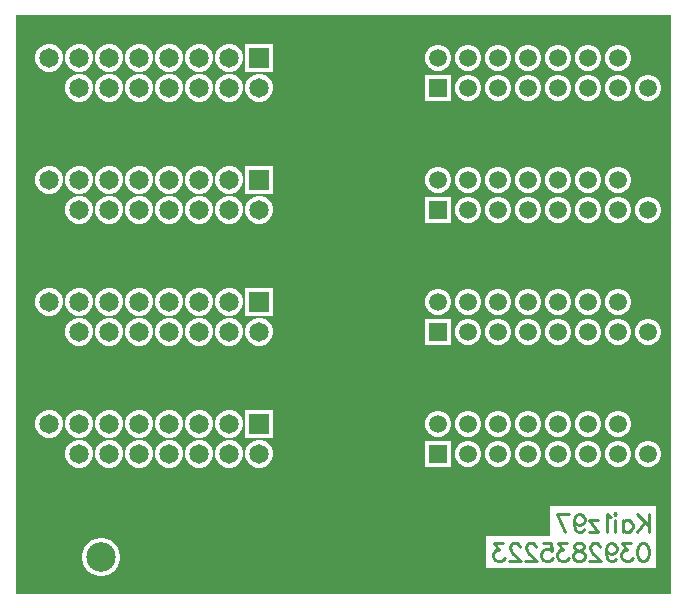
<source format=gbl>
G04*
G04 #@! TF.GenerationSoftware,Altium Limited,Altium Designer,21.6.1 (37)*
G04*
G04 Layer_Physical_Order=2*
G04 Layer_Color=16711680*
%FSLAX25Y25*%
%MOIN*%
G70*
G04*
G04 #@! TF.SameCoordinates,01938319-B850-4C9D-A5BA-AB94FDF17EC4*
G04*
G04*
G04 #@! TF.FilePolarity,Positive*
G04*
G01*
G75*
%ADD15C,0.01000*%
%ADD30C,0.05906*%
%ADD31R,0.05906X0.05906*%
%ADD32C,0.09843*%
%ADD33C,0.06500*%
%ADD34R,0.06500X0.06500*%
%ADD35C,0.02300*%
G36*
X220063Y1937D02*
X1937D01*
X1937Y194913D01*
X220063D01*
Y1937D01*
D02*
G37*
%LPC*%
G36*
X203073Y184853D02*
X201927D01*
X200820Y184556D01*
X199827Y183983D01*
X199017Y183173D01*
X198444Y182180D01*
X198147Y181073D01*
Y179927D01*
X198444Y178820D01*
X199017Y177827D01*
X199827Y177017D01*
X200820Y176444D01*
X201927Y176147D01*
X203073D01*
X204180Y176444D01*
X205173Y177017D01*
X205983Y177827D01*
X206556Y178820D01*
X206853Y179927D01*
Y181073D01*
X206556Y182180D01*
X205983Y183173D01*
X205173Y183983D01*
X204180Y184556D01*
X203073Y184853D01*
D02*
G37*
G36*
X193073D02*
X191927D01*
X190820Y184556D01*
X189827Y183983D01*
X189017Y183173D01*
X188444Y182180D01*
X188147Y181073D01*
Y179927D01*
X188444Y178820D01*
X189017Y177827D01*
X189827Y177017D01*
X190820Y176444D01*
X191927Y176147D01*
X193073D01*
X194180Y176444D01*
X195173Y177017D01*
X195983Y177827D01*
X196556Y178820D01*
X196853Y179927D01*
Y181073D01*
X196556Y182180D01*
X195983Y183173D01*
X195173Y183983D01*
X194180Y184556D01*
X193073Y184853D01*
D02*
G37*
G36*
X183073D02*
X181927D01*
X180820Y184556D01*
X179827Y183983D01*
X179017Y183173D01*
X178444Y182180D01*
X178147Y181073D01*
Y179927D01*
X178444Y178820D01*
X179017Y177827D01*
X179827Y177017D01*
X180820Y176444D01*
X181927Y176147D01*
X183073D01*
X184180Y176444D01*
X185173Y177017D01*
X185983Y177827D01*
X186556Y178820D01*
X186853Y179927D01*
Y181073D01*
X186556Y182180D01*
X185983Y183173D01*
X185173Y183983D01*
X184180Y184556D01*
X183073Y184853D01*
D02*
G37*
G36*
X173073D02*
X171927D01*
X170820Y184556D01*
X169827Y183983D01*
X169017Y183173D01*
X168444Y182180D01*
X168147Y181073D01*
Y179927D01*
X168444Y178820D01*
X169017Y177827D01*
X169827Y177017D01*
X170820Y176444D01*
X171927Y176147D01*
X173073D01*
X174180Y176444D01*
X175173Y177017D01*
X175983Y177827D01*
X176556Y178820D01*
X176853Y179927D01*
Y181073D01*
X176556Y182180D01*
X175983Y183173D01*
X175173Y183983D01*
X174180Y184556D01*
X173073Y184853D01*
D02*
G37*
G36*
X163073D02*
X161927D01*
X160820Y184556D01*
X159827Y183983D01*
X159017Y183173D01*
X158444Y182180D01*
X158147Y181073D01*
Y179927D01*
X158444Y178820D01*
X159017Y177827D01*
X159827Y177017D01*
X160820Y176444D01*
X161927Y176147D01*
X163073D01*
X164180Y176444D01*
X165173Y177017D01*
X165983Y177827D01*
X166556Y178820D01*
X166853Y179927D01*
Y181073D01*
X166556Y182180D01*
X165983Y183173D01*
X165173Y183983D01*
X164180Y184556D01*
X163073Y184853D01*
D02*
G37*
G36*
X153073D02*
X151927D01*
X150820Y184556D01*
X149827Y183983D01*
X149017Y183173D01*
X148444Y182180D01*
X148147Y181073D01*
Y179927D01*
X148444Y178820D01*
X149017Y177827D01*
X149827Y177017D01*
X150820Y176444D01*
X151927Y176147D01*
X153073D01*
X154180Y176444D01*
X155173Y177017D01*
X155983Y177827D01*
X156556Y178820D01*
X156853Y179927D01*
Y181073D01*
X156556Y182180D01*
X155983Y183173D01*
X155173Y183983D01*
X154180Y184556D01*
X153073Y184853D01*
D02*
G37*
G36*
X143073D02*
X141927D01*
X140820Y184556D01*
X139827Y183983D01*
X139017Y183173D01*
X138444Y182180D01*
X138147Y181073D01*
Y179927D01*
X138444Y178820D01*
X139017Y177827D01*
X139827Y177017D01*
X140820Y176444D01*
X141927Y176147D01*
X143073D01*
X144180Y176444D01*
X145173Y177017D01*
X145983Y177827D01*
X146556Y178820D01*
X146853Y179927D01*
Y181073D01*
X146556Y182180D01*
X145983Y183173D01*
X145173Y183983D01*
X144180Y184556D01*
X143073Y184853D01*
D02*
G37*
G36*
X87550Y185150D02*
X78250D01*
Y175850D01*
X87550D01*
Y185150D01*
D02*
G37*
G36*
X73512D02*
X72288D01*
X71105Y184833D01*
X70045Y184221D01*
X69179Y183355D01*
X68567Y182295D01*
X68250Y181112D01*
Y179888D01*
X68567Y178705D01*
X69179Y177645D01*
X70045Y176779D01*
X71105Y176167D01*
X72288Y175850D01*
X73512D01*
X74695Y176167D01*
X75755Y176779D01*
X76621Y177645D01*
X77233Y178705D01*
X77550Y179888D01*
Y181112D01*
X77233Y182295D01*
X76621Y183355D01*
X75755Y184221D01*
X74695Y184833D01*
X73512Y185150D01*
D02*
G37*
G36*
X63512D02*
X62288D01*
X61105Y184833D01*
X60045Y184221D01*
X59179Y183355D01*
X58567Y182295D01*
X58250Y181112D01*
Y179888D01*
X58567Y178705D01*
X59179Y177645D01*
X60045Y176779D01*
X61105Y176167D01*
X62288Y175850D01*
X63512D01*
X64695Y176167D01*
X65755Y176779D01*
X66621Y177645D01*
X67233Y178705D01*
X67550Y179888D01*
Y181112D01*
X67233Y182295D01*
X66621Y183355D01*
X65755Y184221D01*
X64695Y184833D01*
X63512Y185150D01*
D02*
G37*
G36*
X53512D02*
X52288D01*
X51105Y184833D01*
X50045Y184221D01*
X49179Y183355D01*
X48567Y182295D01*
X48250Y181112D01*
Y179888D01*
X48567Y178705D01*
X49179Y177645D01*
X50045Y176779D01*
X51105Y176167D01*
X52288Y175850D01*
X53512D01*
X54695Y176167D01*
X55755Y176779D01*
X56621Y177645D01*
X57233Y178705D01*
X57550Y179888D01*
Y181112D01*
X57233Y182295D01*
X56621Y183355D01*
X55755Y184221D01*
X54695Y184833D01*
X53512Y185150D01*
D02*
G37*
G36*
X43512D02*
X42288D01*
X41105Y184833D01*
X40045Y184221D01*
X39179Y183355D01*
X38567Y182295D01*
X38250Y181112D01*
Y179888D01*
X38567Y178705D01*
X39179Y177645D01*
X40045Y176779D01*
X41105Y176167D01*
X42288Y175850D01*
X43512D01*
X44695Y176167D01*
X45755Y176779D01*
X46621Y177645D01*
X47233Y178705D01*
X47550Y179888D01*
Y181112D01*
X47233Y182295D01*
X46621Y183355D01*
X45755Y184221D01*
X44695Y184833D01*
X43512Y185150D01*
D02*
G37*
G36*
X33512D02*
X32288D01*
X31105Y184833D01*
X30045Y184221D01*
X29179Y183355D01*
X28567Y182295D01*
X28250Y181112D01*
Y179888D01*
X28567Y178705D01*
X29179Y177645D01*
X30045Y176779D01*
X31105Y176167D01*
X32288Y175850D01*
X33512D01*
X34695Y176167D01*
X35755Y176779D01*
X36621Y177645D01*
X37233Y178705D01*
X37550Y179888D01*
Y181112D01*
X37233Y182295D01*
X36621Y183355D01*
X35755Y184221D01*
X34695Y184833D01*
X33512Y185150D01*
D02*
G37*
G36*
X23512D02*
X22288D01*
X21105Y184833D01*
X20045Y184221D01*
X19179Y183355D01*
X18567Y182295D01*
X18250Y181112D01*
Y179888D01*
X18567Y178705D01*
X19179Y177645D01*
X20045Y176779D01*
X21105Y176167D01*
X22288Y175850D01*
X23512D01*
X24695Y176167D01*
X25755Y176779D01*
X26621Y177645D01*
X27233Y178705D01*
X27550Y179888D01*
Y181112D01*
X27233Y182295D01*
X26621Y183355D01*
X25755Y184221D01*
X24695Y184833D01*
X23512Y185150D01*
D02*
G37*
G36*
X13512D02*
X12288D01*
X11105Y184833D01*
X10045Y184221D01*
X9179Y183355D01*
X8567Y182295D01*
X8250Y181112D01*
Y179888D01*
X8567Y178705D01*
X9179Y177645D01*
X10045Y176779D01*
X11105Y176167D01*
X12288Y175850D01*
X13512D01*
X14695Y176167D01*
X15755Y176779D01*
X16621Y177645D01*
X17233Y178705D01*
X17550Y179888D01*
Y181112D01*
X17233Y182295D01*
X16621Y183355D01*
X15755Y184221D01*
X14695Y184833D01*
X13512Y185150D01*
D02*
G37*
G36*
X213073Y174853D02*
X211927D01*
X210820Y174556D01*
X209827Y173983D01*
X209017Y173173D01*
X208444Y172180D01*
X208147Y171073D01*
Y169927D01*
X208444Y168820D01*
X209017Y167827D01*
X209827Y167017D01*
X210820Y166444D01*
X211927Y166147D01*
X213073D01*
X214180Y166444D01*
X215173Y167017D01*
X215983Y167827D01*
X216556Y168820D01*
X216853Y169927D01*
Y171073D01*
X216556Y172180D01*
X215983Y173173D01*
X215173Y173983D01*
X214180Y174556D01*
X213073Y174853D01*
D02*
G37*
G36*
X203073D02*
X201927D01*
X200820Y174556D01*
X199827Y173983D01*
X199017Y173173D01*
X198444Y172180D01*
X198147Y171073D01*
Y169927D01*
X198444Y168820D01*
X199017Y167827D01*
X199827Y167017D01*
X200820Y166444D01*
X201927Y166147D01*
X203073D01*
X204180Y166444D01*
X205173Y167017D01*
X205983Y167827D01*
X206556Y168820D01*
X206853Y169927D01*
Y171073D01*
X206556Y172180D01*
X205983Y173173D01*
X205173Y173983D01*
X204180Y174556D01*
X203073Y174853D01*
D02*
G37*
G36*
X193073D02*
X191927D01*
X190820Y174556D01*
X189827Y173983D01*
X189017Y173173D01*
X188444Y172180D01*
X188147Y171073D01*
Y169927D01*
X188444Y168820D01*
X189017Y167827D01*
X189827Y167017D01*
X190820Y166444D01*
X191927Y166147D01*
X193073D01*
X194180Y166444D01*
X195173Y167017D01*
X195983Y167827D01*
X196556Y168820D01*
X196853Y169927D01*
Y171073D01*
X196556Y172180D01*
X195983Y173173D01*
X195173Y173983D01*
X194180Y174556D01*
X193073Y174853D01*
D02*
G37*
G36*
X183073D02*
X181927D01*
X180820Y174556D01*
X179827Y173983D01*
X179017Y173173D01*
X178444Y172180D01*
X178147Y171073D01*
Y169927D01*
X178444Y168820D01*
X179017Y167827D01*
X179827Y167017D01*
X180820Y166444D01*
X181927Y166147D01*
X183073D01*
X184180Y166444D01*
X185173Y167017D01*
X185983Y167827D01*
X186556Y168820D01*
X186853Y169927D01*
Y171073D01*
X186556Y172180D01*
X185983Y173173D01*
X185173Y173983D01*
X184180Y174556D01*
X183073Y174853D01*
D02*
G37*
G36*
X173073D02*
X171927D01*
X170820Y174556D01*
X169827Y173983D01*
X169017Y173173D01*
X168444Y172180D01*
X168147Y171073D01*
Y169927D01*
X168444Y168820D01*
X169017Y167827D01*
X169827Y167017D01*
X170820Y166444D01*
X171927Y166147D01*
X173073D01*
X174180Y166444D01*
X175173Y167017D01*
X175983Y167827D01*
X176556Y168820D01*
X176853Y169927D01*
Y171073D01*
X176556Y172180D01*
X175983Y173173D01*
X175173Y173983D01*
X174180Y174556D01*
X173073Y174853D01*
D02*
G37*
G36*
X163073D02*
X161927D01*
X160820Y174556D01*
X159827Y173983D01*
X159017Y173173D01*
X158444Y172180D01*
X158147Y171073D01*
Y169927D01*
X158444Y168820D01*
X159017Y167827D01*
X159827Y167017D01*
X160820Y166444D01*
X161927Y166147D01*
X163073D01*
X164180Y166444D01*
X165173Y167017D01*
X165983Y167827D01*
X166556Y168820D01*
X166853Y169927D01*
Y171073D01*
X166556Y172180D01*
X165983Y173173D01*
X165173Y173983D01*
X164180Y174556D01*
X163073Y174853D01*
D02*
G37*
G36*
X153073D02*
X151927D01*
X150820Y174556D01*
X149827Y173983D01*
X149017Y173173D01*
X148444Y172180D01*
X148147Y171073D01*
Y169927D01*
X148444Y168820D01*
X149017Y167827D01*
X149827Y167017D01*
X150820Y166444D01*
X151927Y166147D01*
X153073D01*
X154180Y166444D01*
X155173Y167017D01*
X155983Y167827D01*
X156556Y168820D01*
X156853Y169927D01*
Y171073D01*
X156556Y172180D01*
X155983Y173173D01*
X155173Y173983D01*
X154180Y174556D01*
X153073Y174853D01*
D02*
G37*
G36*
X146853D02*
X138147D01*
Y166147D01*
X146853D01*
Y174853D01*
D02*
G37*
G36*
X83512Y175150D02*
X82288D01*
X81105Y174833D01*
X80045Y174221D01*
X79179Y173355D01*
X78567Y172295D01*
X78250Y171112D01*
Y169888D01*
X78567Y168705D01*
X79179Y167645D01*
X80045Y166779D01*
X81105Y166167D01*
X82288Y165850D01*
X83512D01*
X84695Y166167D01*
X85755Y166779D01*
X86621Y167645D01*
X87233Y168705D01*
X87550Y169888D01*
Y171112D01*
X87233Y172295D01*
X86621Y173355D01*
X85755Y174221D01*
X84695Y174833D01*
X83512Y175150D01*
D02*
G37*
G36*
X73512D02*
X72288D01*
X71105Y174833D01*
X70045Y174221D01*
X69179Y173355D01*
X68567Y172295D01*
X68250Y171112D01*
Y169888D01*
X68567Y168705D01*
X69179Y167645D01*
X70045Y166779D01*
X71105Y166167D01*
X72288Y165850D01*
X73512D01*
X74695Y166167D01*
X75755Y166779D01*
X76621Y167645D01*
X77233Y168705D01*
X77550Y169888D01*
Y171112D01*
X77233Y172295D01*
X76621Y173355D01*
X75755Y174221D01*
X74695Y174833D01*
X73512Y175150D01*
D02*
G37*
G36*
X63512D02*
X62288D01*
X61105Y174833D01*
X60045Y174221D01*
X59179Y173355D01*
X58567Y172295D01*
X58250Y171112D01*
Y169888D01*
X58567Y168705D01*
X59179Y167645D01*
X60045Y166779D01*
X61105Y166167D01*
X62288Y165850D01*
X63512D01*
X64695Y166167D01*
X65755Y166779D01*
X66621Y167645D01*
X67233Y168705D01*
X67550Y169888D01*
Y171112D01*
X67233Y172295D01*
X66621Y173355D01*
X65755Y174221D01*
X64695Y174833D01*
X63512Y175150D01*
D02*
G37*
G36*
X53512D02*
X52288D01*
X51105Y174833D01*
X50045Y174221D01*
X49179Y173355D01*
X48567Y172295D01*
X48250Y171112D01*
Y169888D01*
X48567Y168705D01*
X49179Y167645D01*
X50045Y166779D01*
X51105Y166167D01*
X52288Y165850D01*
X53512D01*
X54695Y166167D01*
X55755Y166779D01*
X56621Y167645D01*
X57233Y168705D01*
X57550Y169888D01*
Y171112D01*
X57233Y172295D01*
X56621Y173355D01*
X55755Y174221D01*
X54695Y174833D01*
X53512Y175150D01*
D02*
G37*
G36*
X43512D02*
X42288D01*
X41105Y174833D01*
X40045Y174221D01*
X39179Y173355D01*
X38567Y172295D01*
X38250Y171112D01*
Y169888D01*
X38567Y168705D01*
X39179Y167645D01*
X40045Y166779D01*
X41105Y166167D01*
X42288Y165850D01*
X43512D01*
X44695Y166167D01*
X45755Y166779D01*
X46621Y167645D01*
X47233Y168705D01*
X47550Y169888D01*
Y171112D01*
X47233Y172295D01*
X46621Y173355D01*
X45755Y174221D01*
X44695Y174833D01*
X43512Y175150D01*
D02*
G37*
G36*
X33512D02*
X32288D01*
X31105Y174833D01*
X30045Y174221D01*
X29179Y173355D01*
X28567Y172295D01*
X28250Y171112D01*
Y169888D01*
X28567Y168705D01*
X29179Y167645D01*
X30045Y166779D01*
X31105Y166167D01*
X32288Y165850D01*
X33512D01*
X34695Y166167D01*
X35755Y166779D01*
X36621Y167645D01*
X37233Y168705D01*
X37550Y169888D01*
Y171112D01*
X37233Y172295D01*
X36621Y173355D01*
X35755Y174221D01*
X34695Y174833D01*
X33512Y175150D01*
D02*
G37*
G36*
X23512D02*
X22288D01*
X21105Y174833D01*
X20045Y174221D01*
X19179Y173355D01*
X18567Y172295D01*
X18250Y171112D01*
Y169888D01*
X18567Y168705D01*
X19179Y167645D01*
X20045Y166779D01*
X21105Y166167D01*
X22288Y165850D01*
X23512D01*
X24695Y166167D01*
X25755Y166779D01*
X26621Y167645D01*
X27233Y168705D01*
X27550Y169888D01*
Y171112D01*
X27233Y172295D01*
X26621Y173355D01*
X25755Y174221D01*
X24695Y174833D01*
X23512Y175150D01*
D02*
G37*
G36*
X203073Y144186D02*
X201927D01*
X200820Y143889D01*
X199827Y143316D01*
X199017Y142506D01*
X198444Y141513D01*
X198147Y140406D01*
Y139260D01*
X198444Y138153D01*
X199017Y137161D01*
X199827Y136350D01*
X200820Y135777D01*
X201927Y135480D01*
X203073D01*
X204180Y135777D01*
X205173Y136350D01*
X205983Y137161D01*
X206556Y138153D01*
X206853Y139260D01*
Y140406D01*
X206556Y141513D01*
X205983Y142506D01*
X205173Y143316D01*
X204180Y143889D01*
X203073Y144186D01*
D02*
G37*
G36*
X193073D02*
X191927D01*
X190820Y143889D01*
X189827Y143316D01*
X189017Y142506D01*
X188444Y141513D01*
X188147Y140406D01*
Y139260D01*
X188444Y138153D01*
X189017Y137161D01*
X189827Y136350D01*
X190820Y135777D01*
X191927Y135480D01*
X193073D01*
X194180Y135777D01*
X195173Y136350D01*
X195983Y137161D01*
X196556Y138153D01*
X196853Y139260D01*
Y140406D01*
X196556Y141513D01*
X195983Y142506D01*
X195173Y143316D01*
X194180Y143889D01*
X193073Y144186D01*
D02*
G37*
G36*
X183073D02*
X181927D01*
X180820Y143889D01*
X179827Y143316D01*
X179017Y142506D01*
X178444Y141513D01*
X178147Y140406D01*
Y139260D01*
X178444Y138153D01*
X179017Y137161D01*
X179827Y136350D01*
X180820Y135777D01*
X181927Y135480D01*
X183073D01*
X184180Y135777D01*
X185173Y136350D01*
X185983Y137161D01*
X186556Y138153D01*
X186853Y139260D01*
Y140406D01*
X186556Y141513D01*
X185983Y142506D01*
X185173Y143316D01*
X184180Y143889D01*
X183073Y144186D01*
D02*
G37*
G36*
X173073D02*
X171927D01*
X170820Y143889D01*
X169827Y143316D01*
X169017Y142506D01*
X168444Y141513D01*
X168147Y140406D01*
Y139260D01*
X168444Y138153D01*
X169017Y137161D01*
X169827Y136350D01*
X170820Y135777D01*
X171927Y135480D01*
X173073D01*
X174180Y135777D01*
X175173Y136350D01*
X175983Y137161D01*
X176556Y138153D01*
X176853Y139260D01*
Y140406D01*
X176556Y141513D01*
X175983Y142506D01*
X175173Y143316D01*
X174180Y143889D01*
X173073Y144186D01*
D02*
G37*
G36*
X163073D02*
X161927D01*
X160820Y143889D01*
X159827Y143316D01*
X159017Y142506D01*
X158444Y141513D01*
X158147Y140406D01*
Y139260D01*
X158444Y138153D01*
X159017Y137161D01*
X159827Y136350D01*
X160820Y135777D01*
X161927Y135480D01*
X163073D01*
X164180Y135777D01*
X165173Y136350D01*
X165983Y137161D01*
X166556Y138153D01*
X166853Y139260D01*
Y140406D01*
X166556Y141513D01*
X165983Y142506D01*
X165173Y143316D01*
X164180Y143889D01*
X163073Y144186D01*
D02*
G37*
G36*
X153073D02*
X151927D01*
X150820Y143889D01*
X149827Y143316D01*
X149017Y142506D01*
X148444Y141513D01*
X148147Y140406D01*
Y139260D01*
X148444Y138153D01*
X149017Y137161D01*
X149827Y136350D01*
X150820Y135777D01*
X151927Y135480D01*
X153073D01*
X154180Y135777D01*
X155173Y136350D01*
X155983Y137161D01*
X156556Y138153D01*
X156853Y139260D01*
Y140406D01*
X156556Y141513D01*
X155983Y142506D01*
X155173Y143316D01*
X154180Y143889D01*
X153073Y144186D01*
D02*
G37*
G36*
X143073D02*
X141927D01*
X140820Y143889D01*
X139827Y143316D01*
X139017Y142506D01*
X138444Y141513D01*
X138147Y140406D01*
Y139260D01*
X138444Y138153D01*
X139017Y137161D01*
X139827Y136350D01*
X140820Y135777D01*
X141927Y135480D01*
X143073D01*
X144180Y135777D01*
X145173Y136350D01*
X145983Y137161D01*
X146556Y138153D01*
X146853Y139260D01*
Y140406D01*
X146556Y141513D01*
X145983Y142506D01*
X145173Y143316D01*
X144180Y143889D01*
X143073Y144186D01*
D02*
G37*
G36*
X87550Y144483D02*
X78250D01*
Y135183D01*
X87550D01*
Y144483D01*
D02*
G37*
G36*
X73512D02*
X72288D01*
X71105Y144166D01*
X70045Y143554D01*
X69179Y142688D01*
X68567Y141628D01*
X68250Y140445D01*
Y139221D01*
X68567Y138038D01*
X69179Y136978D01*
X70045Y136112D01*
X71105Y135500D01*
X72288Y135183D01*
X73512D01*
X74695Y135500D01*
X75755Y136112D01*
X76621Y136978D01*
X77233Y138038D01*
X77550Y139221D01*
Y140445D01*
X77233Y141628D01*
X76621Y142688D01*
X75755Y143554D01*
X74695Y144166D01*
X73512Y144483D01*
D02*
G37*
G36*
X63512D02*
X62288D01*
X61105Y144166D01*
X60045Y143554D01*
X59179Y142688D01*
X58567Y141628D01*
X58250Y140445D01*
Y139221D01*
X58567Y138038D01*
X59179Y136978D01*
X60045Y136112D01*
X61105Y135500D01*
X62288Y135183D01*
X63512D01*
X64695Y135500D01*
X65755Y136112D01*
X66621Y136978D01*
X67233Y138038D01*
X67550Y139221D01*
Y140445D01*
X67233Y141628D01*
X66621Y142688D01*
X65755Y143554D01*
X64695Y144166D01*
X63512Y144483D01*
D02*
G37*
G36*
X53512D02*
X52288D01*
X51105Y144166D01*
X50045Y143554D01*
X49179Y142688D01*
X48567Y141628D01*
X48250Y140445D01*
Y139221D01*
X48567Y138038D01*
X49179Y136978D01*
X50045Y136112D01*
X51105Y135500D01*
X52288Y135183D01*
X53512D01*
X54695Y135500D01*
X55755Y136112D01*
X56621Y136978D01*
X57233Y138038D01*
X57550Y139221D01*
Y140445D01*
X57233Y141628D01*
X56621Y142688D01*
X55755Y143554D01*
X54695Y144166D01*
X53512Y144483D01*
D02*
G37*
G36*
X43512D02*
X42288D01*
X41105Y144166D01*
X40045Y143554D01*
X39179Y142688D01*
X38567Y141628D01*
X38250Y140445D01*
Y139221D01*
X38567Y138038D01*
X39179Y136978D01*
X40045Y136112D01*
X41105Y135500D01*
X42288Y135183D01*
X43512D01*
X44695Y135500D01*
X45755Y136112D01*
X46621Y136978D01*
X47233Y138038D01*
X47550Y139221D01*
Y140445D01*
X47233Y141628D01*
X46621Y142688D01*
X45755Y143554D01*
X44695Y144166D01*
X43512Y144483D01*
D02*
G37*
G36*
X33512D02*
X32288D01*
X31105Y144166D01*
X30045Y143554D01*
X29179Y142688D01*
X28567Y141628D01*
X28250Y140445D01*
Y139221D01*
X28567Y138038D01*
X29179Y136978D01*
X30045Y136112D01*
X31105Y135500D01*
X32288Y135183D01*
X33512D01*
X34695Y135500D01*
X35755Y136112D01*
X36621Y136978D01*
X37233Y138038D01*
X37550Y139221D01*
Y140445D01*
X37233Y141628D01*
X36621Y142688D01*
X35755Y143554D01*
X34695Y144166D01*
X33512Y144483D01*
D02*
G37*
G36*
X23512D02*
X22288D01*
X21105Y144166D01*
X20045Y143554D01*
X19179Y142688D01*
X18567Y141628D01*
X18250Y140445D01*
Y139221D01*
X18567Y138038D01*
X19179Y136978D01*
X20045Y136112D01*
X21105Y135500D01*
X22288Y135183D01*
X23512D01*
X24695Y135500D01*
X25755Y136112D01*
X26621Y136978D01*
X27233Y138038D01*
X27550Y139221D01*
Y140445D01*
X27233Y141628D01*
X26621Y142688D01*
X25755Y143554D01*
X24695Y144166D01*
X23512Y144483D01*
D02*
G37*
G36*
X13512D02*
X12288D01*
X11105Y144166D01*
X10045Y143554D01*
X9179Y142688D01*
X8567Y141628D01*
X8250Y140445D01*
Y139221D01*
X8567Y138038D01*
X9179Y136978D01*
X10045Y136112D01*
X11105Y135500D01*
X12288Y135183D01*
X13512D01*
X14695Y135500D01*
X15755Y136112D01*
X16621Y136978D01*
X17233Y138038D01*
X17550Y139221D01*
Y140445D01*
X17233Y141628D01*
X16621Y142688D01*
X15755Y143554D01*
X14695Y144166D01*
X13512Y144483D01*
D02*
G37*
G36*
X213073Y134186D02*
X211927D01*
X210820Y133889D01*
X209827Y133316D01*
X209017Y132506D01*
X208444Y131513D01*
X208147Y130406D01*
Y129260D01*
X208444Y128153D01*
X209017Y127161D01*
X209827Y126350D01*
X210820Y125777D01*
X211927Y125480D01*
X213073D01*
X214180Y125777D01*
X215173Y126350D01*
X215983Y127161D01*
X216556Y128153D01*
X216853Y129260D01*
Y130406D01*
X216556Y131513D01*
X215983Y132506D01*
X215173Y133316D01*
X214180Y133889D01*
X213073Y134186D01*
D02*
G37*
G36*
X203073D02*
X201927D01*
X200820Y133889D01*
X199827Y133316D01*
X199017Y132506D01*
X198444Y131513D01*
X198147Y130406D01*
Y129260D01*
X198444Y128153D01*
X199017Y127161D01*
X199827Y126350D01*
X200820Y125777D01*
X201927Y125480D01*
X203073D01*
X204180Y125777D01*
X205173Y126350D01*
X205983Y127161D01*
X206556Y128153D01*
X206853Y129260D01*
Y130406D01*
X206556Y131513D01*
X205983Y132506D01*
X205173Y133316D01*
X204180Y133889D01*
X203073Y134186D01*
D02*
G37*
G36*
X193073D02*
X191927D01*
X190820Y133889D01*
X189827Y133316D01*
X189017Y132506D01*
X188444Y131513D01*
X188147Y130406D01*
Y129260D01*
X188444Y128153D01*
X189017Y127161D01*
X189827Y126350D01*
X190820Y125777D01*
X191927Y125480D01*
X193073D01*
X194180Y125777D01*
X195173Y126350D01*
X195983Y127161D01*
X196556Y128153D01*
X196853Y129260D01*
Y130406D01*
X196556Y131513D01*
X195983Y132506D01*
X195173Y133316D01*
X194180Y133889D01*
X193073Y134186D01*
D02*
G37*
G36*
X183073D02*
X181927D01*
X180820Y133889D01*
X179827Y133316D01*
X179017Y132506D01*
X178444Y131513D01*
X178147Y130406D01*
Y129260D01*
X178444Y128153D01*
X179017Y127161D01*
X179827Y126350D01*
X180820Y125777D01*
X181927Y125480D01*
X183073D01*
X184180Y125777D01*
X185173Y126350D01*
X185983Y127161D01*
X186556Y128153D01*
X186853Y129260D01*
Y130406D01*
X186556Y131513D01*
X185983Y132506D01*
X185173Y133316D01*
X184180Y133889D01*
X183073Y134186D01*
D02*
G37*
G36*
X173073D02*
X171927D01*
X170820Y133889D01*
X169827Y133316D01*
X169017Y132506D01*
X168444Y131513D01*
X168147Y130406D01*
Y129260D01*
X168444Y128153D01*
X169017Y127161D01*
X169827Y126350D01*
X170820Y125777D01*
X171927Y125480D01*
X173073D01*
X174180Y125777D01*
X175173Y126350D01*
X175983Y127161D01*
X176556Y128153D01*
X176853Y129260D01*
Y130406D01*
X176556Y131513D01*
X175983Y132506D01*
X175173Y133316D01*
X174180Y133889D01*
X173073Y134186D01*
D02*
G37*
G36*
X163073D02*
X161927D01*
X160820Y133889D01*
X159827Y133316D01*
X159017Y132506D01*
X158444Y131513D01*
X158147Y130406D01*
Y129260D01*
X158444Y128153D01*
X159017Y127161D01*
X159827Y126350D01*
X160820Y125777D01*
X161927Y125480D01*
X163073D01*
X164180Y125777D01*
X165173Y126350D01*
X165983Y127161D01*
X166556Y128153D01*
X166853Y129260D01*
Y130406D01*
X166556Y131513D01*
X165983Y132506D01*
X165173Y133316D01*
X164180Y133889D01*
X163073Y134186D01*
D02*
G37*
G36*
X153073D02*
X151927D01*
X150820Y133889D01*
X149827Y133316D01*
X149017Y132506D01*
X148444Y131513D01*
X148147Y130406D01*
Y129260D01*
X148444Y128153D01*
X149017Y127161D01*
X149827Y126350D01*
X150820Y125777D01*
X151927Y125480D01*
X153073D01*
X154180Y125777D01*
X155173Y126350D01*
X155983Y127161D01*
X156556Y128153D01*
X156853Y129260D01*
Y130406D01*
X156556Y131513D01*
X155983Y132506D01*
X155173Y133316D01*
X154180Y133889D01*
X153073Y134186D01*
D02*
G37*
G36*
X146853D02*
X138147D01*
Y125480D01*
X146853D01*
Y134186D01*
D02*
G37*
G36*
X83512Y134483D02*
X82288D01*
X81105Y134166D01*
X80045Y133554D01*
X79179Y132688D01*
X78567Y131628D01*
X78250Y130446D01*
Y129221D01*
X78567Y128038D01*
X79179Y126978D01*
X80045Y126112D01*
X81105Y125500D01*
X82288Y125183D01*
X83512D01*
X84695Y125500D01*
X85755Y126112D01*
X86621Y126978D01*
X87233Y128038D01*
X87550Y129221D01*
Y130446D01*
X87233Y131628D01*
X86621Y132688D01*
X85755Y133554D01*
X84695Y134166D01*
X83512Y134483D01*
D02*
G37*
G36*
X73512D02*
X72288D01*
X71105Y134166D01*
X70045Y133554D01*
X69179Y132688D01*
X68567Y131628D01*
X68250Y130446D01*
Y129221D01*
X68567Y128038D01*
X69179Y126978D01*
X70045Y126112D01*
X71105Y125500D01*
X72288Y125183D01*
X73512D01*
X74695Y125500D01*
X75755Y126112D01*
X76621Y126978D01*
X77233Y128038D01*
X77550Y129221D01*
Y130446D01*
X77233Y131628D01*
X76621Y132688D01*
X75755Y133554D01*
X74695Y134166D01*
X73512Y134483D01*
D02*
G37*
G36*
X63512D02*
X62288D01*
X61105Y134166D01*
X60045Y133554D01*
X59179Y132688D01*
X58567Y131628D01*
X58250Y130446D01*
Y129221D01*
X58567Y128038D01*
X59179Y126978D01*
X60045Y126112D01*
X61105Y125500D01*
X62288Y125183D01*
X63512D01*
X64695Y125500D01*
X65755Y126112D01*
X66621Y126978D01*
X67233Y128038D01*
X67550Y129221D01*
Y130446D01*
X67233Y131628D01*
X66621Y132688D01*
X65755Y133554D01*
X64695Y134166D01*
X63512Y134483D01*
D02*
G37*
G36*
X53512D02*
X52288D01*
X51105Y134166D01*
X50045Y133554D01*
X49179Y132688D01*
X48567Y131628D01*
X48250Y130446D01*
Y129221D01*
X48567Y128038D01*
X49179Y126978D01*
X50045Y126112D01*
X51105Y125500D01*
X52288Y125183D01*
X53512D01*
X54695Y125500D01*
X55755Y126112D01*
X56621Y126978D01*
X57233Y128038D01*
X57550Y129221D01*
Y130446D01*
X57233Y131628D01*
X56621Y132688D01*
X55755Y133554D01*
X54695Y134166D01*
X53512Y134483D01*
D02*
G37*
G36*
X43512D02*
X42288D01*
X41105Y134166D01*
X40045Y133554D01*
X39179Y132688D01*
X38567Y131628D01*
X38250Y130446D01*
Y129221D01*
X38567Y128038D01*
X39179Y126978D01*
X40045Y126112D01*
X41105Y125500D01*
X42288Y125183D01*
X43512D01*
X44695Y125500D01*
X45755Y126112D01*
X46621Y126978D01*
X47233Y128038D01*
X47550Y129221D01*
Y130446D01*
X47233Y131628D01*
X46621Y132688D01*
X45755Y133554D01*
X44695Y134166D01*
X43512Y134483D01*
D02*
G37*
G36*
X33512D02*
X32288D01*
X31105Y134166D01*
X30045Y133554D01*
X29179Y132688D01*
X28567Y131628D01*
X28250Y130446D01*
Y129221D01*
X28567Y128038D01*
X29179Y126978D01*
X30045Y126112D01*
X31105Y125500D01*
X32288Y125183D01*
X33512D01*
X34695Y125500D01*
X35755Y126112D01*
X36621Y126978D01*
X37233Y128038D01*
X37550Y129221D01*
Y130446D01*
X37233Y131628D01*
X36621Y132688D01*
X35755Y133554D01*
X34695Y134166D01*
X33512Y134483D01*
D02*
G37*
G36*
X23512D02*
X22288D01*
X21105Y134166D01*
X20045Y133554D01*
X19179Y132688D01*
X18567Y131628D01*
X18250Y130446D01*
Y129221D01*
X18567Y128038D01*
X19179Y126978D01*
X20045Y126112D01*
X21105Y125500D01*
X22288Y125183D01*
X23512D01*
X24695Y125500D01*
X25755Y126112D01*
X26621Y126978D01*
X27233Y128038D01*
X27550Y129221D01*
Y130446D01*
X27233Y131628D01*
X26621Y132688D01*
X25755Y133554D01*
X24695Y134166D01*
X23512Y134483D01*
D02*
G37*
G36*
X203073Y103519D02*
X201927D01*
X200820Y103223D01*
X199827Y102650D01*
X199017Y101839D01*
X198444Y100847D01*
X198147Y99740D01*
Y98594D01*
X198444Y97487D01*
X199017Y96494D01*
X199827Y95684D01*
X200820Y95110D01*
X201927Y94814D01*
X203073D01*
X204180Y95110D01*
X205173Y95684D01*
X205983Y96494D01*
X206556Y97487D01*
X206853Y98594D01*
Y99740D01*
X206556Y100847D01*
X205983Y101839D01*
X205173Y102650D01*
X204180Y103223D01*
X203073Y103519D01*
D02*
G37*
G36*
X193073D02*
X191927D01*
X190820Y103223D01*
X189827Y102650D01*
X189017Y101839D01*
X188444Y100847D01*
X188147Y99740D01*
Y98594D01*
X188444Y97487D01*
X189017Y96494D01*
X189827Y95684D01*
X190820Y95110D01*
X191927Y94814D01*
X193073D01*
X194180Y95110D01*
X195173Y95684D01*
X195983Y96494D01*
X196556Y97487D01*
X196853Y98594D01*
Y99740D01*
X196556Y100847D01*
X195983Y101839D01*
X195173Y102650D01*
X194180Y103223D01*
X193073Y103519D01*
D02*
G37*
G36*
X183073D02*
X181927D01*
X180820Y103223D01*
X179827Y102650D01*
X179017Y101839D01*
X178444Y100847D01*
X178147Y99740D01*
Y98594D01*
X178444Y97487D01*
X179017Y96494D01*
X179827Y95684D01*
X180820Y95110D01*
X181927Y94814D01*
X183073D01*
X184180Y95110D01*
X185173Y95684D01*
X185983Y96494D01*
X186556Y97487D01*
X186853Y98594D01*
Y99740D01*
X186556Y100847D01*
X185983Y101839D01*
X185173Y102650D01*
X184180Y103223D01*
X183073Y103519D01*
D02*
G37*
G36*
X173073D02*
X171927D01*
X170820Y103223D01*
X169827Y102650D01*
X169017Y101839D01*
X168444Y100847D01*
X168147Y99740D01*
Y98594D01*
X168444Y97487D01*
X169017Y96494D01*
X169827Y95684D01*
X170820Y95110D01*
X171927Y94814D01*
X173073D01*
X174180Y95110D01*
X175173Y95684D01*
X175983Y96494D01*
X176556Y97487D01*
X176853Y98594D01*
Y99740D01*
X176556Y100847D01*
X175983Y101839D01*
X175173Y102650D01*
X174180Y103223D01*
X173073Y103519D01*
D02*
G37*
G36*
X163073D02*
X161927D01*
X160820Y103223D01*
X159827Y102650D01*
X159017Y101839D01*
X158444Y100847D01*
X158147Y99740D01*
Y98594D01*
X158444Y97487D01*
X159017Y96494D01*
X159827Y95684D01*
X160820Y95110D01*
X161927Y94814D01*
X163073D01*
X164180Y95110D01*
X165173Y95684D01*
X165983Y96494D01*
X166556Y97487D01*
X166853Y98594D01*
Y99740D01*
X166556Y100847D01*
X165983Y101839D01*
X165173Y102650D01*
X164180Y103223D01*
X163073Y103519D01*
D02*
G37*
G36*
X153073D02*
X151927D01*
X150820Y103223D01*
X149827Y102650D01*
X149017Y101839D01*
X148444Y100847D01*
X148147Y99740D01*
Y98594D01*
X148444Y97487D01*
X149017Y96494D01*
X149827Y95684D01*
X150820Y95110D01*
X151927Y94814D01*
X153073D01*
X154180Y95110D01*
X155173Y95684D01*
X155983Y96494D01*
X156556Y97487D01*
X156853Y98594D01*
Y99740D01*
X156556Y100847D01*
X155983Y101839D01*
X155173Y102650D01*
X154180Y103223D01*
X153073Y103519D01*
D02*
G37*
G36*
X143073D02*
X141927D01*
X140820Y103223D01*
X139827Y102650D01*
X139017Y101839D01*
X138444Y100847D01*
X138147Y99740D01*
Y98594D01*
X138444Y97487D01*
X139017Y96494D01*
X139827Y95684D01*
X140820Y95110D01*
X141927Y94814D01*
X143073D01*
X144180Y95110D01*
X145173Y95684D01*
X145983Y96494D01*
X146556Y97487D01*
X146853Y98594D01*
Y99740D01*
X146556Y100847D01*
X145983Y101839D01*
X145173Y102650D01*
X144180Y103223D01*
X143073Y103519D01*
D02*
G37*
G36*
X87550Y103817D02*
X78250D01*
Y94517D01*
X87550D01*
Y103817D01*
D02*
G37*
G36*
X73512D02*
X72288D01*
X71105Y103500D01*
X70045Y102888D01*
X69179Y102022D01*
X68567Y100961D01*
X68250Y99779D01*
Y98554D01*
X68567Y97372D01*
X69179Y96311D01*
X70045Y95446D01*
X71105Y94833D01*
X72288Y94517D01*
X73512D01*
X74695Y94833D01*
X75755Y95446D01*
X76621Y96311D01*
X77233Y97372D01*
X77550Y98554D01*
Y99779D01*
X77233Y100961D01*
X76621Y102022D01*
X75755Y102888D01*
X74695Y103500D01*
X73512Y103817D01*
D02*
G37*
G36*
X63512D02*
X62288D01*
X61105Y103500D01*
X60045Y102888D01*
X59179Y102022D01*
X58567Y100961D01*
X58250Y99779D01*
Y98554D01*
X58567Y97372D01*
X59179Y96311D01*
X60045Y95446D01*
X61105Y94833D01*
X62288Y94517D01*
X63512D01*
X64695Y94833D01*
X65755Y95446D01*
X66621Y96311D01*
X67233Y97372D01*
X67550Y98554D01*
Y99779D01*
X67233Y100961D01*
X66621Y102022D01*
X65755Y102888D01*
X64695Y103500D01*
X63512Y103817D01*
D02*
G37*
G36*
X53512D02*
X52288D01*
X51105Y103500D01*
X50045Y102888D01*
X49179Y102022D01*
X48567Y100961D01*
X48250Y99779D01*
Y98554D01*
X48567Y97372D01*
X49179Y96311D01*
X50045Y95446D01*
X51105Y94833D01*
X52288Y94517D01*
X53512D01*
X54695Y94833D01*
X55755Y95446D01*
X56621Y96311D01*
X57233Y97372D01*
X57550Y98554D01*
Y99779D01*
X57233Y100961D01*
X56621Y102022D01*
X55755Y102888D01*
X54695Y103500D01*
X53512Y103817D01*
D02*
G37*
G36*
X43512D02*
X42288D01*
X41105Y103500D01*
X40045Y102888D01*
X39179Y102022D01*
X38567Y100961D01*
X38250Y99779D01*
Y98554D01*
X38567Y97372D01*
X39179Y96311D01*
X40045Y95446D01*
X41105Y94833D01*
X42288Y94517D01*
X43512D01*
X44695Y94833D01*
X45755Y95446D01*
X46621Y96311D01*
X47233Y97372D01*
X47550Y98554D01*
Y99779D01*
X47233Y100961D01*
X46621Y102022D01*
X45755Y102888D01*
X44695Y103500D01*
X43512Y103817D01*
D02*
G37*
G36*
X33512D02*
X32288D01*
X31105Y103500D01*
X30045Y102888D01*
X29179Y102022D01*
X28567Y100961D01*
X28250Y99779D01*
Y98554D01*
X28567Y97372D01*
X29179Y96311D01*
X30045Y95446D01*
X31105Y94833D01*
X32288Y94517D01*
X33512D01*
X34695Y94833D01*
X35755Y95446D01*
X36621Y96311D01*
X37233Y97372D01*
X37550Y98554D01*
Y99779D01*
X37233Y100961D01*
X36621Y102022D01*
X35755Y102888D01*
X34695Y103500D01*
X33512Y103817D01*
D02*
G37*
G36*
X23512D02*
X22288D01*
X21105Y103500D01*
X20045Y102888D01*
X19179Y102022D01*
X18567Y100961D01*
X18250Y99779D01*
Y98554D01*
X18567Y97372D01*
X19179Y96311D01*
X20045Y95446D01*
X21105Y94833D01*
X22288Y94517D01*
X23512D01*
X24695Y94833D01*
X25755Y95446D01*
X26621Y96311D01*
X27233Y97372D01*
X27550Y98554D01*
Y99779D01*
X27233Y100961D01*
X26621Y102022D01*
X25755Y102888D01*
X24695Y103500D01*
X23512Y103817D01*
D02*
G37*
G36*
X13512D02*
X12288D01*
X11105Y103500D01*
X10045Y102888D01*
X9179Y102022D01*
X8567Y100961D01*
X8250Y99779D01*
Y98554D01*
X8567Y97372D01*
X9179Y96311D01*
X10045Y95446D01*
X11105Y94833D01*
X12288Y94517D01*
X13512D01*
X14695Y94833D01*
X15755Y95446D01*
X16621Y96311D01*
X17233Y97372D01*
X17550Y98554D01*
Y99779D01*
X17233Y100961D01*
X16621Y102022D01*
X15755Y102888D01*
X14695Y103500D01*
X13512Y103817D01*
D02*
G37*
G36*
X213073Y93519D02*
X211927D01*
X210820Y93223D01*
X209827Y92650D01*
X209017Y91839D01*
X208444Y90847D01*
X208147Y89740D01*
Y88594D01*
X208444Y87486D01*
X209017Y86494D01*
X209827Y85684D01*
X210820Y85110D01*
X211927Y84814D01*
X213073D01*
X214180Y85110D01*
X215173Y85684D01*
X215983Y86494D01*
X216556Y87486D01*
X216853Y88594D01*
Y89740D01*
X216556Y90847D01*
X215983Y91839D01*
X215173Y92650D01*
X214180Y93223D01*
X213073Y93519D01*
D02*
G37*
G36*
X203073D02*
X201927D01*
X200820Y93223D01*
X199827Y92650D01*
X199017Y91839D01*
X198444Y90847D01*
X198147Y89740D01*
Y88594D01*
X198444Y87486D01*
X199017Y86494D01*
X199827Y85684D01*
X200820Y85110D01*
X201927Y84814D01*
X203073D01*
X204180Y85110D01*
X205173Y85684D01*
X205983Y86494D01*
X206556Y87486D01*
X206853Y88594D01*
Y89740D01*
X206556Y90847D01*
X205983Y91839D01*
X205173Y92650D01*
X204180Y93223D01*
X203073Y93519D01*
D02*
G37*
G36*
X193073D02*
X191927D01*
X190820Y93223D01*
X189827Y92650D01*
X189017Y91839D01*
X188444Y90847D01*
X188147Y89740D01*
Y88594D01*
X188444Y87486D01*
X189017Y86494D01*
X189827Y85684D01*
X190820Y85110D01*
X191927Y84814D01*
X193073D01*
X194180Y85110D01*
X195173Y85684D01*
X195983Y86494D01*
X196556Y87486D01*
X196853Y88594D01*
Y89740D01*
X196556Y90847D01*
X195983Y91839D01*
X195173Y92650D01*
X194180Y93223D01*
X193073Y93519D01*
D02*
G37*
G36*
X183073D02*
X181927D01*
X180820Y93223D01*
X179827Y92650D01*
X179017Y91839D01*
X178444Y90847D01*
X178147Y89740D01*
Y88594D01*
X178444Y87486D01*
X179017Y86494D01*
X179827Y85684D01*
X180820Y85110D01*
X181927Y84814D01*
X183073D01*
X184180Y85110D01*
X185173Y85684D01*
X185983Y86494D01*
X186556Y87486D01*
X186853Y88594D01*
Y89740D01*
X186556Y90847D01*
X185983Y91839D01*
X185173Y92650D01*
X184180Y93223D01*
X183073Y93519D01*
D02*
G37*
G36*
X173073D02*
X171927D01*
X170820Y93223D01*
X169827Y92650D01*
X169017Y91839D01*
X168444Y90847D01*
X168147Y89740D01*
Y88594D01*
X168444Y87486D01*
X169017Y86494D01*
X169827Y85684D01*
X170820Y85110D01*
X171927Y84814D01*
X173073D01*
X174180Y85110D01*
X175173Y85684D01*
X175983Y86494D01*
X176556Y87486D01*
X176853Y88594D01*
Y89740D01*
X176556Y90847D01*
X175983Y91839D01*
X175173Y92650D01*
X174180Y93223D01*
X173073Y93519D01*
D02*
G37*
G36*
X163073D02*
X161927D01*
X160820Y93223D01*
X159827Y92650D01*
X159017Y91839D01*
X158444Y90847D01*
X158147Y89740D01*
Y88594D01*
X158444Y87486D01*
X159017Y86494D01*
X159827Y85684D01*
X160820Y85110D01*
X161927Y84814D01*
X163073D01*
X164180Y85110D01*
X165173Y85684D01*
X165983Y86494D01*
X166556Y87486D01*
X166853Y88594D01*
Y89740D01*
X166556Y90847D01*
X165983Y91839D01*
X165173Y92650D01*
X164180Y93223D01*
X163073Y93519D01*
D02*
G37*
G36*
X153073D02*
X151927D01*
X150820Y93223D01*
X149827Y92650D01*
X149017Y91839D01*
X148444Y90847D01*
X148147Y89740D01*
Y88594D01*
X148444Y87486D01*
X149017Y86494D01*
X149827Y85684D01*
X150820Y85110D01*
X151927Y84814D01*
X153073D01*
X154180Y85110D01*
X155173Y85684D01*
X155983Y86494D01*
X156556Y87486D01*
X156853Y88594D01*
Y89740D01*
X156556Y90847D01*
X155983Y91839D01*
X155173Y92650D01*
X154180Y93223D01*
X153073Y93519D01*
D02*
G37*
G36*
X146853D02*
X138147D01*
Y84814D01*
X146853D01*
Y93519D01*
D02*
G37*
G36*
X83512Y93817D02*
X82288D01*
X81105Y93500D01*
X80045Y92888D01*
X79179Y92022D01*
X78567Y90961D01*
X78250Y89779D01*
Y88554D01*
X78567Y87372D01*
X79179Y86312D01*
X80045Y85446D01*
X81105Y84834D01*
X82288Y84517D01*
X83512D01*
X84695Y84834D01*
X85755Y85446D01*
X86621Y86312D01*
X87233Y87372D01*
X87550Y88554D01*
Y89779D01*
X87233Y90961D01*
X86621Y92022D01*
X85755Y92888D01*
X84695Y93500D01*
X83512Y93817D01*
D02*
G37*
G36*
X73512D02*
X72288D01*
X71105Y93500D01*
X70045Y92888D01*
X69179Y92022D01*
X68567Y90961D01*
X68250Y89779D01*
Y88554D01*
X68567Y87372D01*
X69179Y86312D01*
X70045Y85446D01*
X71105Y84834D01*
X72288Y84517D01*
X73512D01*
X74695Y84834D01*
X75755Y85446D01*
X76621Y86312D01*
X77233Y87372D01*
X77550Y88554D01*
Y89779D01*
X77233Y90961D01*
X76621Y92022D01*
X75755Y92888D01*
X74695Y93500D01*
X73512Y93817D01*
D02*
G37*
G36*
X63512D02*
X62288D01*
X61105Y93500D01*
X60045Y92888D01*
X59179Y92022D01*
X58567Y90961D01*
X58250Y89779D01*
Y88554D01*
X58567Y87372D01*
X59179Y86312D01*
X60045Y85446D01*
X61105Y84834D01*
X62288Y84517D01*
X63512D01*
X64695Y84834D01*
X65755Y85446D01*
X66621Y86312D01*
X67233Y87372D01*
X67550Y88554D01*
Y89779D01*
X67233Y90961D01*
X66621Y92022D01*
X65755Y92888D01*
X64695Y93500D01*
X63512Y93817D01*
D02*
G37*
G36*
X53512D02*
X52288D01*
X51105Y93500D01*
X50045Y92888D01*
X49179Y92022D01*
X48567Y90961D01*
X48250Y89779D01*
Y88554D01*
X48567Y87372D01*
X49179Y86312D01*
X50045Y85446D01*
X51105Y84834D01*
X52288Y84517D01*
X53512D01*
X54695Y84834D01*
X55755Y85446D01*
X56621Y86312D01*
X57233Y87372D01*
X57550Y88554D01*
Y89779D01*
X57233Y90961D01*
X56621Y92022D01*
X55755Y92888D01*
X54695Y93500D01*
X53512Y93817D01*
D02*
G37*
G36*
X43512D02*
X42288D01*
X41105Y93500D01*
X40045Y92888D01*
X39179Y92022D01*
X38567Y90961D01*
X38250Y89779D01*
Y88554D01*
X38567Y87372D01*
X39179Y86312D01*
X40045Y85446D01*
X41105Y84834D01*
X42288Y84517D01*
X43512D01*
X44695Y84834D01*
X45755Y85446D01*
X46621Y86312D01*
X47233Y87372D01*
X47550Y88554D01*
Y89779D01*
X47233Y90961D01*
X46621Y92022D01*
X45755Y92888D01*
X44695Y93500D01*
X43512Y93817D01*
D02*
G37*
G36*
X33512D02*
X32288D01*
X31105Y93500D01*
X30045Y92888D01*
X29179Y92022D01*
X28567Y90961D01*
X28250Y89779D01*
Y88554D01*
X28567Y87372D01*
X29179Y86312D01*
X30045Y85446D01*
X31105Y84834D01*
X32288Y84517D01*
X33512D01*
X34695Y84834D01*
X35755Y85446D01*
X36621Y86312D01*
X37233Y87372D01*
X37550Y88554D01*
Y89779D01*
X37233Y90961D01*
X36621Y92022D01*
X35755Y92888D01*
X34695Y93500D01*
X33512Y93817D01*
D02*
G37*
G36*
X23512D02*
X22288D01*
X21105Y93500D01*
X20045Y92888D01*
X19179Y92022D01*
X18567Y90961D01*
X18250Y89779D01*
Y88554D01*
X18567Y87372D01*
X19179Y86312D01*
X20045Y85446D01*
X21105Y84834D01*
X22288Y84517D01*
X23512D01*
X24695Y84834D01*
X25755Y85446D01*
X26621Y86312D01*
X27233Y87372D01*
X27550Y88554D01*
Y89779D01*
X27233Y90961D01*
X26621Y92022D01*
X25755Y92888D01*
X24695Y93500D01*
X23512Y93817D01*
D02*
G37*
G36*
X203073Y62853D02*
X201927D01*
X200820Y62556D01*
X199827Y61983D01*
X199017Y61173D01*
X198444Y60180D01*
X198147Y59073D01*
Y57927D01*
X198444Y56820D01*
X199017Y55827D01*
X199827Y55017D01*
X200820Y54444D01*
X201927Y54147D01*
X203073D01*
X204180Y54444D01*
X205173Y55017D01*
X205983Y55827D01*
X206556Y56820D01*
X206853Y57927D01*
Y59073D01*
X206556Y60180D01*
X205983Y61173D01*
X205173Y61983D01*
X204180Y62556D01*
X203073Y62853D01*
D02*
G37*
G36*
X193073D02*
X191927D01*
X190820Y62556D01*
X189827Y61983D01*
X189017Y61173D01*
X188444Y60180D01*
X188147Y59073D01*
Y57927D01*
X188444Y56820D01*
X189017Y55827D01*
X189827Y55017D01*
X190820Y54444D01*
X191927Y54147D01*
X193073D01*
X194180Y54444D01*
X195173Y55017D01*
X195983Y55827D01*
X196556Y56820D01*
X196853Y57927D01*
Y59073D01*
X196556Y60180D01*
X195983Y61173D01*
X195173Y61983D01*
X194180Y62556D01*
X193073Y62853D01*
D02*
G37*
G36*
X183073D02*
X181927D01*
X180820Y62556D01*
X179827Y61983D01*
X179017Y61173D01*
X178444Y60180D01*
X178147Y59073D01*
Y57927D01*
X178444Y56820D01*
X179017Y55827D01*
X179827Y55017D01*
X180820Y54444D01*
X181927Y54147D01*
X183073D01*
X184180Y54444D01*
X185173Y55017D01*
X185983Y55827D01*
X186556Y56820D01*
X186853Y57927D01*
Y59073D01*
X186556Y60180D01*
X185983Y61173D01*
X185173Y61983D01*
X184180Y62556D01*
X183073Y62853D01*
D02*
G37*
G36*
X173073D02*
X171927D01*
X170820Y62556D01*
X169827Y61983D01*
X169017Y61173D01*
X168444Y60180D01*
X168147Y59073D01*
Y57927D01*
X168444Y56820D01*
X169017Y55827D01*
X169827Y55017D01*
X170820Y54444D01*
X171927Y54147D01*
X173073D01*
X174180Y54444D01*
X175173Y55017D01*
X175983Y55827D01*
X176556Y56820D01*
X176853Y57927D01*
Y59073D01*
X176556Y60180D01*
X175983Y61173D01*
X175173Y61983D01*
X174180Y62556D01*
X173073Y62853D01*
D02*
G37*
G36*
X163073D02*
X161927D01*
X160820Y62556D01*
X159827Y61983D01*
X159017Y61173D01*
X158444Y60180D01*
X158147Y59073D01*
Y57927D01*
X158444Y56820D01*
X159017Y55827D01*
X159827Y55017D01*
X160820Y54444D01*
X161927Y54147D01*
X163073D01*
X164180Y54444D01*
X165173Y55017D01*
X165983Y55827D01*
X166556Y56820D01*
X166853Y57927D01*
Y59073D01*
X166556Y60180D01*
X165983Y61173D01*
X165173Y61983D01*
X164180Y62556D01*
X163073Y62853D01*
D02*
G37*
G36*
X153073D02*
X151927D01*
X150820Y62556D01*
X149827Y61983D01*
X149017Y61173D01*
X148444Y60180D01*
X148147Y59073D01*
Y57927D01*
X148444Y56820D01*
X149017Y55827D01*
X149827Y55017D01*
X150820Y54444D01*
X151927Y54147D01*
X153073D01*
X154180Y54444D01*
X155173Y55017D01*
X155983Y55827D01*
X156556Y56820D01*
X156853Y57927D01*
Y59073D01*
X156556Y60180D01*
X155983Y61173D01*
X155173Y61983D01*
X154180Y62556D01*
X153073Y62853D01*
D02*
G37*
G36*
X143073D02*
X141927D01*
X140820Y62556D01*
X139827Y61983D01*
X139017Y61173D01*
X138444Y60180D01*
X138147Y59073D01*
Y57927D01*
X138444Y56820D01*
X139017Y55827D01*
X139827Y55017D01*
X140820Y54444D01*
X141927Y54147D01*
X143073D01*
X144180Y54444D01*
X145173Y55017D01*
X145983Y55827D01*
X146556Y56820D01*
X146853Y57927D01*
Y59073D01*
X146556Y60180D01*
X145983Y61173D01*
X145173Y61983D01*
X144180Y62556D01*
X143073Y62853D01*
D02*
G37*
G36*
X87550Y63150D02*
X78250D01*
Y53850D01*
X87550D01*
Y63150D01*
D02*
G37*
G36*
X73512D02*
X72288D01*
X71105Y62833D01*
X70045Y62221D01*
X69179Y61355D01*
X68567Y60295D01*
X68250Y59112D01*
Y57888D01*
X68567Y56705D01*
X69179Y55645D01*
X70045Y54779D01*
X71105Y54167D01*
X72288Y53850D01*
X73512D01*
X74695Y54167D01*
X75755Y54779D01*
X76621Y55645D01*
X77233Y56705D01*
X77550Y57888D01*
Y59112D01*
X77233Y60295D01*
X76621Y61355D01*
X75755Y62221D01*
X74695Y62833D01*
X73512Y63150D01*
D02*
G37*
G36*
X63512D02*
X62288D01*
X61105Y62833D01*
X60045Y62221D01*
X59179Y61355D01*
X58567Y60295D01*
X58250Y59112D01*
Y57888D01*
X58567Y56705D01*
X59179Y55645D01*
X60045Y54779D01*
X61105Y54167D01*
X62288Y53850D01*
X63512D01*
X64695Y54167D01*
X65755Y54779D01*
X66621Y55645D01*
X67233Y56705D01*
X67550Y57888D01*
Y59112D01*
X67233Y60295D01*
X66621Y61355D01*
X65755Y62221D01*
X64695Y62833D01*
X63512Y63150D01*
D02*
G37*
G36*
X53512D02*
X52288D01*
X51105Y62833D01*
X50045Y62221D01*
X49179Y61355D01*
X48567Y60295D01*
X48250Y59112D01*
Y57888D01*
X48567Y56705D01*
X49179Y55645D01*
X50045Y54779D01*
X51105Y54167D01*
X52288Y53850D01*
X53512D01*
X54695Y54167D01*
X55755Y54779D01*
X56621Y55645D01*
X57233Y56705D01*
X57550Y57888D01*
Y59112D01*
X57233Y60295D01*
X56621Y61355D01*
X55755Y62221D01*
X54695Y62833D01*
X53512Y63150D01*
D02*
G37*
G36*
X43512D02*
X42288D01*
X41105Y62833D01*
X40045Y62221D01*
X39179Y61355D01*
X38567Y60295D01*
X38250Y59112D01*
Y57888D01*
X38567Y56705D01*
X39179Y55645D01*
X40045Y54779D01*
X41105Y54167D01*
X42288Y53850D01*
X43512D01*
X44695Y54167D01*
X45755Y54779D01*
X46621Y55645D01*
X47233Y56705D01*
X47550Y57888D01*
Y59112D01*
X47233Y60295D01*
X46621Y61355D01*
X45755Y62221D01*
X44695Y62833D01*
X43512Y63150D01*
D02*
G37*
G36*
X33512D02*
X32288D01*
X31105Y62833D01*
X30045Y62221D01*
X29179Y61355D01*
X28567Y60295D01*
X28250Y59112D01*
Y57888D01*
X28567Y56705D01*
X29179Y55645D01*
X30045Y54779D01*
X31105Y54167D01*
X32288Y53850D01*
X33512D01*
X34695Y54167D01*
X35755Y54779D01*
X36621Y55645D01*
X37233Y56705D01*
X37550Y57888D01*
Y59112D01*
X37233Y60295D01*
X36621Y61355D01*
X35755Y62221D01*
X34695Y62833D01*
X33512Y63150D01*
D02*
G37*
G36*
X23512D02*
X22288D01*
X21105Y62833D01*
X20045Y62221D01*
X19179Y61355D01*
X18567Y60295D01*
X18250Y59112D01*
Y57888D01*
X18567Y56705D01*
X19179Y55645D01*
X20045Y54779D01*
X21105Y54167D01*
X22288Y53850D01*
X23512D01*
X24695Y54167D01*
X25755Y54779D01*
X26621Y55645D01*
X27233Y56705D01*
X27550Y57888D01*
Y59112D01*
X27233Y60295D01*
X26621Y61355D01*
X25755Y62221D01*
X24695Y62833D01*
X23512Y63150D01*
D02*
G37*
G36*
X13512D02*
X12288D01*
X11105Y62833D01*
X10045Y62221D01*
X9179Y61355D01*
X8567Y60295D01*
X8250Y59112D01*
Y57888D01*
X8567Y56705D01*
X9179Y55645D01*
X10045Y54779D01*
X11105Y54167D01*
X12288Y53850D01*
X13512D01*
X14695Y54167D01*
X15755Y54779D01*
X16621Y55645D01*
X17233Y56705D01*
X17550Y57888D01*
Y59112D01*
X17233Y60295D01*
X16621Y61355D01*
X15755Y62221D01*
X14695Y62833D01*
X13512Y63150D01*
D02*
G37*
G36*
X213073Y52853D02*
X211927D01*
X210820Y52556D01*
X209827Y51983D01*
X209017Y51173D01*
X208444Y50180D01*
X208147Y49073D01*
Y47927D01*
X208444Y46820D01*
X209017Y45827D01*
X209827Y45017D01*
X210820Y44444D01*
X211927Y44147D01*
X213073D01*
X214180Y44444D01*
X215173Y45017D01*
X215983Y45827D01*
X216556Y46820D01*
X216853Y47927D01*
Y49073D01*
X216556Y50180D01*
X215983Y51173D01*
X215173Y51983D01*
X214180Y52556D01*
X213073Y52853D01*
D02*
G37*
G36*
X203073D02*
X201927D01*
X200820Y52556D01*
X199827Y51983D01*
X199017Y51173D01*
X198444Y50180D01*
X198147Y49073D01*
Y47927D01*
X198444Y46820D01*
X199017Y45827D01*
X199827Y45017D01*
X200820Y44444D01*
X201927Y44147D01*
X203073D01*
X204180Y44444D01*
X205173Y45017D01*
X205983Y45827D01*
X206556Y46820D01*
X206853Y47927D01*
Y49073D01*
X206556Y50180D01*
X205983Y51173D01*
X205173Y51983D01*
X204180Y52556D01*
X203073Y52853D01*
D02*
G37*
G36*
X193073D02*
X191927D01*
X190820Y52556D01*
X189827Y51983D01*
X189017Y51173D01*
X188444Y50180D01*
X188147Y49073D01*
Y47927D01*
X188444Y46820D01*
X189017Y45827D01*
X189827Y45017D01*
X190820Y44444D01*
X191927Y44147D01*
X193073D01*
X194180Y44444D01*
X195173Y45017D01*
X195983Y45827D01*
X196556Y46820D01*
X196853Y47927D01*
Y49073D01*
X196556Y50180D01*
X195983Y51173D01*
X195173Y51983D01*
X194180Y52556D01*
X193073Y52853D01*
D02*
G37*
G36*
X183073D02*
X181927D01*
X180820Y52556D01*
X179827Y51983D01*
X179017Y51173D01*
X178444Y50180D01*
X178147Y49073D01*
Y47927D01*
X178444Y46820D01*
X179017Y45827D01*
X179827Y45017D01*
X180820Y44444D01*
X181927Y44147D01*
X183073D01*
X184180Y44444D01*
X185173Y45017D01*
X185983Y45827D01*
X186556Y46820D01*
X186853Y47927D01*
Y49073D01*
X186556Y50180D01*
X185983Y51173D01*
X185173Y51983D01*
X184180Y52556D01*
X183073Y52853D01*
D02*
G37*
G36*
X173073D02*
X171927D01*
X170820Y52556D01*
X169827Y51983D01*
X169017Y51173D01*
X168444Y50180D01*
X168147Y49073D01*
Y47927D01*
X168444Y46820D01*
X169017Y45827D01*
X169827Y45017D01*
X170820Y44444D01*
X171927Y44147D01*
X173073D01*
X174180Y44444D01*
X175173Y45017D01*
X175983Y45827D01*
X176556Y46820D01*
X176853Y47927D01*
Y49073D01*
X176556Y50180D01*
X175983Y51173D01*
X175173Y51983D01*
X174180Y52556D01*
X173073Y52853D01*
D02*
G37*
G36*
X163073D02*
X161927D01*
X160820Y52556D01*
X159827Y51983D01*
X159017Y51173D01*
X158444Y50180D01*
X158147Y49073D01*
Y47927D01*
X158444Y46820D01*
X159017Y45827D01*
X159827Y45017D01*
X160820Y44444D01*
X161927Y44147D01*
X163073D01*
X164180Y44444D01*
X165173Y45017D01*
X165983Y45827D01*
X166556Y46820D01*
X166853Y47927D01*
Y49073D01*
X166556Y50180D01*
X165983Y51173D01*
X165173Y51983D01*
X164180Y52556D01*
X163073Y52853D01*
D02*
G37*
G36*
X153073D02*
X151927D01*
X150820Y52556D01*
X149827Y51983D01*
X149017Y51173D01*
X148444Y50180D01*
X148147Y49073D01*
Y47927D01*
X148444Y46820D01*
X149017Y45827D01*
X149827Y45017D01*
X150820Y44444D01*
X151927Y44147D01*
X153073D01*
X154180Y44444D01*
X155173Y45017D01*
X155983Y45827D01*
X156556Y46820D01*
X156853Y47927D01*
Y49073D01*
X156556Y50180D01*
X155983Y51173D01*
X155173Y51983D01*
X154180Y52556D01*
X153073Y52853D01*
D02*
G37*
G36*
X146853D02*
X138147D01*
Y44147D01*
X146853D01*
Y52853D01*
D02*
G37*
G36*
X83512Y53150D02*
X82288D01*
X81105Y52833D01*
X80045Y52221D01*
X79179Y51355D01*
X78567Y50295D01*
X78250Y49112D01*
Y47888D01*
X78567Y46705D01*
X79179Y45645D01*
X80045Y44779D01*
X81105Y44167D01*
X82288Y43850D01*
X83512D01*
X84695Y44167D01*
X85755Y44779D01*
X86621Y45645D01*
X87233Y46705D01*
X87550Y47888D01*
Y49112D01*
X87233Y50295D01*
X86621Y51355D01*
X85755Y52221D01*
X84695Y52833D01*
X83512Y53150D01*
D02*
G37*
G36*
X73512D02*
X72288D01*
X71105Y52833D01*
X70045Y52221D01*
X69179Y51355D01*
X68567Y50295D01*
X68250Y49112D01*
Y47888D01*
X68567Y46705D01*
X69179Y45645D01*
X70045Y44779D01*
X71105Y44167D01*
X72288Y43850D01*
X73512D01*
X74695Y44167D01*
X75755Y44779D01*
X76621Y45645D01*
X77233Y46705D01*
X77550Y47888D01*
Y49112D01*
X77233Y50295D01*
X76621Y51355D01*
X75755Y52221D01*
X74695Y52833D01*
X73512Y53150D01*
D02*
G37*
G36*
X63512D02*
X62288D01*
X61105Y52833D01*
X60045Y52221D01*
X59179Y51355D01*
X58567Y50295D01*
X58250Y49112D01*
Y47888D01*
X58567Y46705D01*
X59179Y45645D01*
X60045Y44779D01*
X61105Y44167D01*
X62288Y43850D01*
X63512D01*
X64695Y44167D01*
X65755Y44779D01*
X66621Y45645D01*
X67233Y46705D01*
X67550Y47888D01*
Y49112D01*
X67233Y50295D01*
X66621Y51355D01*
X65755Y52221D01*
X64695Y52833D01*
X63512Y53150D01*
D02*
G37*
G36*
X53512D02*
X52288D01*
X51105Y52833D01*
X50045Y52221D01*
X49179Y51355D01*
X48567Y50295D01*
X48250Y49112D01*
Y47888D01*
X48567Y46705D01*
X49179Y45645D01*
X50045Y44779D01*
X51105Y44167D01*
X52288Y43850D01*
X53512D01*
X54695Y44167D01*
X55755Y44779D01*
X56621Y45645D01*
X57233Y46705D01*
X57550Y47888D01*
Y49112D01*
X57233Y50295D01*
X56621Y51355D01*
X55755Y52221D01*
X54695Y52833D01*
X53512Y53150D01*
D02*
G37*
G36*
X43512D02*
X42288D01*
X41105Y52833D01*
X40045Y52221D01*
X39179Y51355D01*
X38567Y50295D01*
X38250Y49112D01*
Y47888D01*
X38567Y46705D01*
X39179Y45645D01*
X40045Y44779D01*
X41105Y44167D01*
X42288Y43850D01*
X43512D01*
X44695Y44167D01*
X45755Y44779D01*
X46621Y45645D01*
X47233Y46705D01*
X47550Y47888D01*
Y49112D01*
X47233Y50295D01*
X46621Y51355D01*
X45755Y52221D01*
X44695Y52833D01*
X43512Y53150D01*
D02*
G37*
G36*
X33512D02*
X32288D01*
X31105Y52833D01*
X30045Y52221D01*
X29179Y51355D01*
X28567Y50295D01*
X28250Y49112D01*
Y47888D01*
X28567Y46705D01*
X29179Y45645D01*
X30045Y44779D01*
X31105Y44167D01*
X32288Y43850D01*
X33512D01*
X34695Y44167D01*
X35755Y44779D01*
X36621Y45645D01*
X37233Y46705D01*
X37550Y47888D01*
Y49112D01*
X37233Y50295D01*
X36621Y51355D01*
X35755Y52221D01*
X34695Y52833D01*
X33512Y53150D01*
D02*
G37*
G36*
X23512D02*
X22288D01*
X21105Y52833D01*
X20045Y52221D01*
X19179Y51355D01*
X18567Y50295D01*
X18250Y49112D01*
Y47888D01*
X18567Y46705D01*
X19179Y45645D01*
X20045Y44779D01*
X21105Y44167D01*
X22288Y43850D01*
X23512D01*
X24695Y44167D01*
X25755Y44779D01*
X26621Y45645D01*
X27233Y46705D01*
X27550Y47888D01*
Y49112D01*
X27233Y50295D01*
X26621Y51355D01*
X25755Y52221D01*
X24695Y52833D01*
X23512Y53150D01*
D02*
G37*
G36*
X215223Y31135D02*
X179715D01*
Y21149D01*
X158348D01*
Y10351D01*
X215223D01*
Y20051D01*
Y31135D01*
D02*
G37*
G36*
X30823Y20365D02*
X29577D01*
X28356Y20122D01*
X27206Y19645D01*
X26170Y18953D01*
X25290Y18073D01*
X24598Y17038D01*
X24122Y15887D01*
X23879Y14666D01*
Y13421D01*
X24122Y12200D01*
X24598Y11049D01*
X25290Y10014D01*
X26170Y9133D01*
X27206Y8442D01*
X28356Y7965D01*
X29577Y7722D01*
X30823D01*
X32044Y7965D01*
X33194Y8442D01*
X34230Y9133D01*
X35110Y10014D01*
X35802Y11049D01*
X36278Y12200D01*
X36521Y13421D01*
Y14666D01*
X36278Y15887D01*
X35802Y17038D01*
X35110Y18073D01*
X34230Y18953D01*
X33194Y19645D01*
X32044Y20122D01*
X30823Y20365D01*
D02*
G37*
%LPD*%
D15*
X129736Y45055D02*
X132791Y42000D01*
X123483Y51308D02*
X129736Y45055D01*
X104500Y51308D02*
X123483D01*
X129736Y45055D02*
Y91667D01*
X103500Y92984D02*
X127336D01*
X131541Y94554D02*
Y131381D01*
X129736Y92749D02*
X131541Y94554D01*
X129736Y91667D02*
Y92749D01*
X128636Y134286D02*
X131541Y131381D01*
X102500Y134286D02*
X128636D01*
X12000Y12000D02*
X20500Y3500D01*
X102000D01*
X102500Y4000D02*
X130500D01*
X102000Y3500D02*
X102500Y4000D01*
X135500Y9000D02*
Y39052D01*
X130500Y4000D02*
X135500Y9000D01*
X132791Y41761D02*
Y42000D01*
Y41761D02*
X135500Y39052D01*
X211109Y18749D02*
X211966Y18463D01*
X212537Y17607D01*
X212823Y16178D01*
Y15321D01*
X212537Y13893D01*
X211966Y13036D01*
X211109Y12751D01*
X210538D01*
X209681Y13036D01*
X209109Y13893D01*
X208824Y15321D01*
Y16178D01*
X209109Y17607D01*
X209681Y18463D01*
X210538Y18749D01*
X211109D01*
X206910D02*
X203768D01*
X205482Y16464D01*
X204625D01*
X204053Y16178D01*
X203768Y15893D01*
X203482Y15036D01*
Y14464D01*
X203768Y13607D01*
X204339Y13036D01*
X205196Y12751D01*
X206053D01*
X206910Y13036D01*
X207196Y13322D01*
X207481Y13893D01*
X198426Y16750D02*
X198712Y15893D01*
X199283Y15321D01*
X200140Y15036D01*
X200426D01*
X201283Y15321D01*
X201854Y15893D01*
X202139Y16750D01*
Y17035D01*
X201854Y17892D01*
X201283Y18463D01*
X200426Y18749D01*
X200140D01*
X199283Y18463D01*
X198712Y17892D01*
X198426Y16750D01*
Y15321D01*
X198712Y13893D01*
X199283Y13036D01*
X200140Y12751D01*
X200711D01*
X201568Y13036D01*
X201854Y13607D01*
X196512Y17321D02*
Y17607D01*
X196227Y18178D01*
X195941Y18463D01*
X195370Y18749D01*
X194227D01*
X193656Y18463D01*
X193370Y18178D01*
X193084Y17607D01*
Y17035D01*
X193370Y16464D01*
X193941Y15607D01*
X196798Y12751D01*
X192799D01*
X190028Y18749D02*
X190885Y18463D01*
X191170Y17892D01*
Y17321D01*
X190885Y16750D01*
X190313Y16464D01*
X189171Y16178D01*
X188314Y15893D01*
X187743Y15321D01*
X187457Y14750D01*
Y13893D01*
X187743Y13322D01*
X188028Y13036D01*
X188885Y12751D01*
X190028D01*
X190885Y13036D01*
X191170Y13322D01*
X191456Y13893D01*
Y14750D01*
X191170Y15321D01*
X190599Y15893D01*
X189742Y16178D01*
X188600Y16464D01*
X188028Y16750D01*
X187743Y17321D01*
Y17892D01*
X188028Y18463D01*
X188885Y18749D01*
X190028D01*
X185543D02*
X182401D01*
X184115Y16464D01*
X183258D01*
X182686Y16178D01*
X182401Y15893D01*
X182115Y15036D01*
Y14464D01*
X182401Y13607D01*
X182972Y13036D01*
X183829Y12751D01*
X184686D01*
X185543Y13036D01*
X185829Y13322D01*
X186114Y13893D01*
X177345Y18749D02*
X180201D01*
X180487Y16178D01*
X180201Y16464D01*
X179344Y16750D01*
X178487D01*
X177630Y16464D01*
X177059Y15893D01*
X176774Y15036D01*
Y14464D01*
X177059Y13607D01*
X177630Y13036D01*
X178487Y12751D01*
X179344D01*
X180201Y13036D01*
X180487Y13322D01*
X180773Y13893D01*
X175145Y17321D02*
Y17607D01*
X174860Y18178D01*
X174574Y18463D01*
X174003Y18749D01*
X172860D01*
X172289Y18463D01*
X172003Y18178D01*
X171718Y17607D01*
Y17035D01*
X172003Y16464D01*
X172574Y15607D01*
X175431Y12751D01*
X171432D01*
X169804Y17321D02*
Y17607D01*
X169518Y18178D01*
X169232Y18463D01*
X168661Y18749D01*
X167518D01*
X166947Y18463D01*
X166661Y18178D01*
X166376Y17607D01*
Y17035D01*
X166661Y16464D01*
X167233Y15607D01*
X170089Y12751D01*
X166090D01*
X164176Y18749D02*
X161034D01*
X162748Y16464D01*
X161891D01*
X161320Y16178D01*
X161034Y15893D01*
X160748Y15036D01*
Y14464D01*
X161034Y13607D01*
X161605Y13036D01*
X162462Y12751D01*
X163319D01*
X164176Y13036D01*
X164462Y13322D01*
X164748Y13893D01*
X212823Y28449D02*
Y22451D01*
X208824Y28449D02*
X212823Y24450D01*
X211395Y25878D02*
X208824Y22451D01*
X204053Y26450D02*
Y22451D01*
Y25593D02*
X204625Y26164D01*
X205196Y26450D01*
X206053D01*
X206624Y26164D01*
X207196Y25593D01*
X207481Y24736D01*
Y24164D01*
X207196Y23307D01*
X206624Y22736D01*
X206053Y22451D01*
X205196D01*
X204625Y22736D01*
X204053Y23307D01*
X201882Y28449D02*
X201597Y28163D01*
X201311Y28449D01*
X201597Y28735D01*
X201882Y28449D01*
X201597Y26450D02*
Y22451D01*
X200254Y27307D02*
X199683Y27592D01*
X198826Y28449D01*
Y22451D01*
X192713Y26450D02*
X195855Y22451D01*
Y26450D02*
X192713D01*
X195855Y22451D02*
X192713D01*
X187743Y26450D02*
X188028Y25593D01*
X188600Y25021D01*
X189456Y24736D01*
X189742D01*
X190599Y25021D01*
X191170Y25593D01*
X191456Y26450D01*
Y26735D01*
X191170Y27592D01*
X190599Y28163D01*
X189742Y28449D01*
X189456D01*
X188600Y28163D01*
X188028Y27592D01*
X187743Y26450D01*
Y25021D01*
X188028Y23593D01*
X188600Y22736D01*
X189456Y22451D01*
X190028D01*
X190885Y22736D01*
X191170Y23307D01*
X182115Y28449D02*
X184972Y22451D01*
X186114Y28449D02*
X182115D01*
D30*
X142500Y180500D02*
D03*
X152500D02*
D03*
X162500D02*
D03*
X172500D02*
D03*
X182500D02*
D03*
X192500D02*
D03*
X202500D02*
D03*
X212500D02*
D03*
X152500Y170500D02*
D03*
X162500D02*
D03*
X172500D02*
D03*
X182500D02*
D03*
X192500D02*
D03*
X202500D02*
D03*
X212500D02*
D03*
Y89167D02*
D03*
X202500D02*
D03*
X192500D02*
D03*
X182500D02*
D03*
X172500D02*
D03*
X162500D02*
D03*
X152500D02*
D03*
X212500Y99167D02*
D03*
X202500D02*
D03*
X192500D02*
D03*
X182500D02*
D03*
X172500D02*
D03*
X162500D02*
D03*
X152500D02*
D03*
X142500D02*
D03*
X212500Y48500D02*
D03*
X202500D02*
D03*
X192500D02*
D03*
X182500D02*
D03*
X172500D02*
D03*
X162500D02*
D03*
X152500D02*
D03*
X212500Y58500D02*
D03*
X202500D02*
D03*
X192500D02*
D03*
X182500D02*
D03*
X172500D02*
D03*
X162500D02*
D03*
X152500D02*
D03*
X142500D02*
D03*
Y139833D02*
D03*
X152500D02*
D03*
X162500D02*
D03*
X172500D02*
D03*
X182500D02*
D03*
X192500D02*
D03*
X202500D02*
D03*
X212500D02*
D03*
X152500Y129833D02*
D03*
X162500D02*
D03*
X172500D02*
D03*
X182500D02*
D03*
X192500D02*
D03*
X202500D02*
D03*
X212500D02*
D03*
D31*
X142500Y170500D02*
D03*
Y89167D02*
D03*
Y48500D02*
D03*
Y129833D02*
D03*
D32*
X30200Y14043D02*
D03*
X10200D02*
D03*
D33*
X12900Y180500D02*
D03*
X32900D02*
D03*
X52900D02*
D03*
X62900D02*
D03*
X72900D02*
D03*
X42900D02*
D03*
X22900D02*
D03*
X82900Y170500D02*
D03*
X72900D02*
D03*
X62900D02*
D03*
X52900D02*
D03*
X42900D02*
D03*
X32900D02*
D03*
X22900D02*
D03*
X12900D02*
D03*
X12900Y139833D02*
D03*
X32900D02*
D03*
X52900D02*
D03*
X62900D02*
D03*
X72900D02*
D03*
X42900D02*
D03*
X22900D02*
D03*
X82900Y129833D02*
D03*
X72900D02*
D03*
X62900D02*
D03*
X52900D02*
D03*
X42900D02*
D03*
X32900D02*
D03*
X22900D02*
D03*
X12900D02*
D03*
X12900Y99167D02*
D03*
X32900D02*
D03*
X52900D02*
D03*
X62900D02*
D03*
X72900D02*
D03*
X42900D02*
D03*
X22900D02*
D03*
X82900Y89167D02*
D03*
X72900D02*
D03*
X62900D02*
D03*
X52900D02*
D03*
X42900D02*
D03*
X32900D02*
D03*
X22900D02*
D03*
X12900D02*
D03*
Y58500D02*
D03*
X32900D02*
D03*
X52900D02*
D03*
X62900D02*
D03*
X72900D02*
D03*
X42900D02*
D03*
X22900D02*
D03*
X82900Y48500D02*
D03*
X72900D02*
D03*
X62900D02*
D03*
X52900D02*
D03*
X42900D02*
D03*
X32900D02*
D03*
X22900D02*
D03*
X12900D02*
D03*
D34*
X82900Y180500D02*
D03*
X82900Y139833D02*
D03*
X82900Y99167D02*
D03*
Y58500D02*
D03*
D35*
X135181Y164761D02*
D03*
Y138895D02*
D03*
X107000Y161790D02*
D03*
X134100Y97495D02*
D03*
X107000Y121000D02*
D03*
Y79414D02*
D03*
X132705Y41914D02*
D03*
X107000Y37677D02*
D03*
X5000Y4000D02*
D03*
X65962D02*
D03*
X117931D02*
D03*
X168703D02*
D03*
X218000D02*
D03*
Y62296D02*
D03*
Y105710D02*
D03*
Y146747D02*
D03*
X218000Y192000D02*
D03*
X160661D02*
D03*
X105355D02*
D03*
X52900D02*
D03*
X5000Y37290D02*
D03*
Y73638D02*
D03*
Y106602D02*
D03*
Y132722D02*
D03*
Y162600D02*
D03*
Y192000D02*
D03*
M02*

</source>
